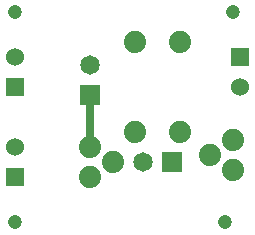
<source format=gbr>
G04 EAGLE Gerber RS-274X export*
G75*
%MOMM*%
%FSLAX34Y34*%
%LPD*%
%INTop Copper*%
%IPPOS*%
%AMOC8*
5,1,8,0,0,1.08239X$1,22.5*%
G01*
%ADD10R,1.651000X1.651000*%
%ADD11C,1.651000*%
%ADD12C,1.879600*%
%ADD13R,1.524000X1.524000*%
%ADD14C,1.524000*%
%ADD15C,0.635000*%
%ADD16C,1.206400*%


D10*
X95250Y120850D03*
D11*
X95250Y145850D03*
D10*
X164900Y63500D03*
D11*
X139900Y63500D03*
D12*
X95250Y76200D03*
X114300Y63500D03*
X95250Y50800D03*
X215900Y57150D03*
X196850Y69850D03*
X215900Y82550D03*
X171450Y88900D03*
X171450Y165100D03*
X133350Y88900D03*
X133350Y165100D03*
D13*
X31750Y127200D03*
D14*
X31750Y152200D03*
D13*
X31750Y51000D03*
D14*
X31750Y76000D03*
D13*
X222250Y152200D03*
D14*
X222250Y127200D03*
D15*
X95250Y120850D02*
X95250Y76200D01*
D16*
X31750Y12700D03*
X31750Y190500D03*
X215900Y190500D03*
X209550Y12700D03*
M02*

</source>
